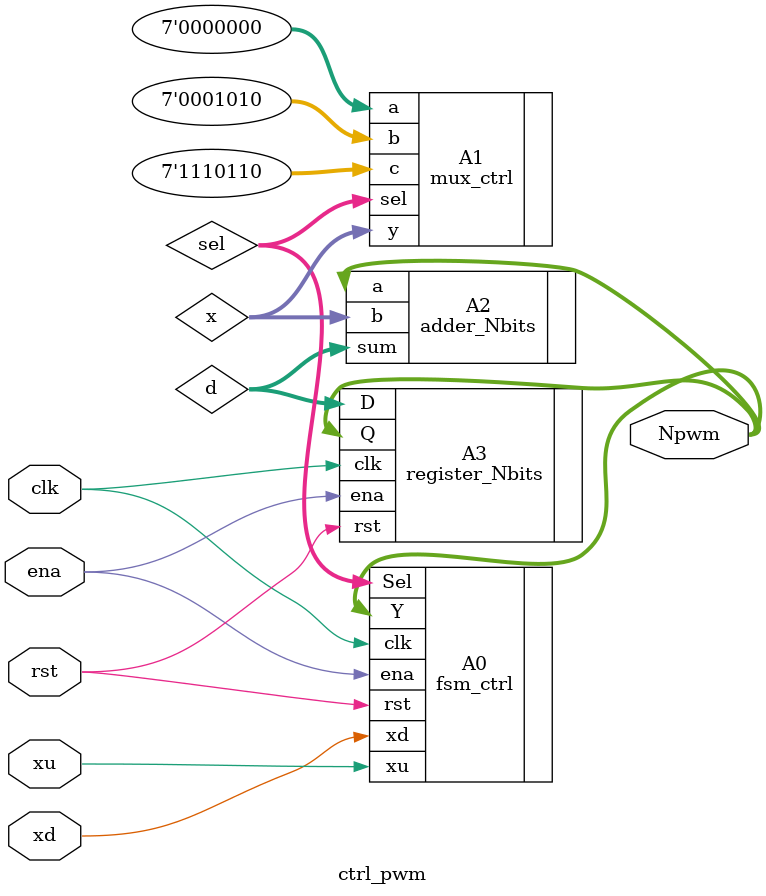
<source format=v>


module ctrl_pwm (
	input clk, rst, ena,
	input xd, xu,
	output [6:0] Npwm	
	);
	
	wire[1:0] sel;		// <---
	wire[6:0] d, x;	// <---
	
	
	fsm_ctrl		A0(.clk(clk), .rst(rst), .ena(ena), .xd(xd), .xu(xu), .Y(Npwm), .Sel(sel));
	
	mux_ctrl		A1(.a(7'b0000000), .b(7'b0001010), .c(7'b1110110), .sel(sel), .y(x));
	
	adder_Nbits #(.N(7)) A2(.a(Npwm), .b(x), .sum(d));
	
	register_Nbits	#(.N(7)) A3(.clk(clk), .rst(rst), .ena(ena), .D(d), .Q(Npwm));
			
	
endmodule
</source>
